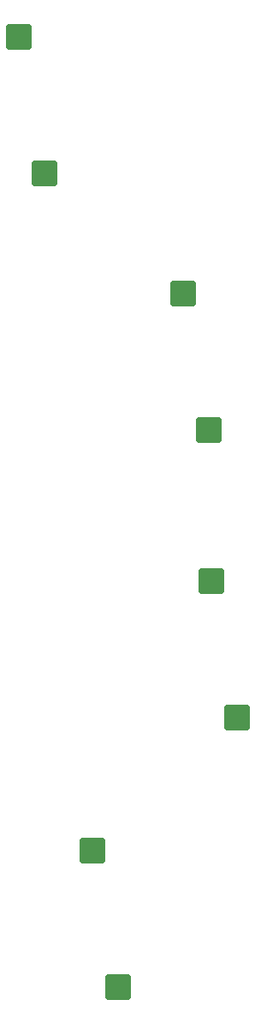
<source format=gbr>
%TF.GenerationSoftware,KiCad,Pcbnew,(6.0.7)*%
%TF.CreationDate,2023-01-05T19:37:18-06:00*%
%TF.ProjectId,OpenRectangle,4f70656e-5265-4637-9461-6e676c652e6b,rev?*%
%TF.SameCoordinates,Original*%
%TF.FileFunction,Paste,Bot*%
%TF.FilePolarity,Positive*%
%FSLAX46Y46*%
G04 Gerber Fmt 4.6, Leading zero omitted, Abs format (unit mm)*
G04 Created by KiCad (PCBNEW (6.0.7)) date 2023-01-05 19:37:18*
%MOMM*%
%LPD*%
G01*
G04 APERTURE LIST*
G04 Aperture macros list*
%AMRoundRect*
0 Rectangle with rounded corners*
0 $1 Rounding radius*
0 $2 $3 $4 $5 $6 $7 $8 $9 X,Y pos of 4 corners*
0 Add a 4 corners polygon primitive as box body*
4,1,4,$2,$3,$4,$5,$6,$7,$8,$9,$2,$3,0*
0 Add four circle primitives for the rounded corners*
1,1,$1+$1,$2,$3*
1,1,$1+$1,$4,$5*
1,1,$1+$1,$6,$7*
1,1,$1+$1,$8,$9*
0 Add four rect primitives between the rounded corners*
20,1,$1+$1,$2,$3,$4,$5,0*
20,1,$1+$1,$4,$5,$6,$7,0*
20,1,$1+$1,$6,$7,$8,$9,0*
20,1,$1+$1,$8,$9,$2,$3,0*%
G04 Aperture macros list end*
%ADD10RoundRect,0.250000X1.000000X-1.025000X1.000000X1.025000X-1.000000X1.025000X-1.000000X-1.025000X0*%
G04 APERTURE END LIST*
D10*
%TO.C,SW9*%
X333536000Y-108958000D03*
X336076000Y-122408000D03*
%TD*%
%TO.C,SW6*%
X326270000Y-28750000D03*
X328810000Y-42200000D03*
%TD*%
%TO.C,SW8*%
X345299000Y-82386000D03*
X347839000Y-95836000D03*
%TD*%
%TO.C,SW7*%
X342573000Y-54030000D03*
X345113000Y-67480000D03*
%TD*%
M02*

</source>
